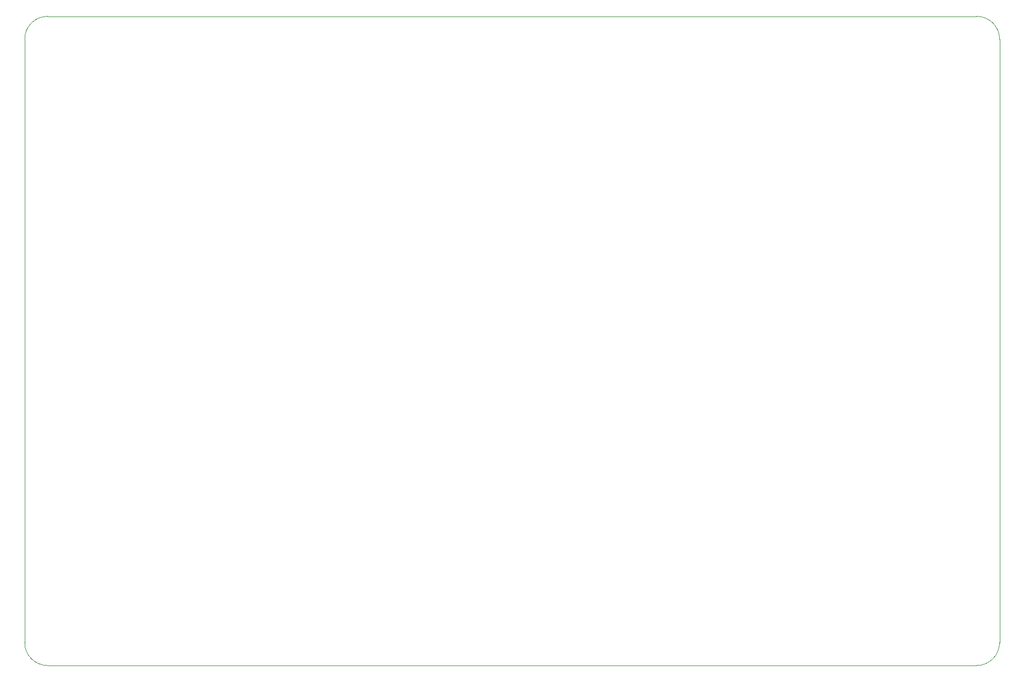
<source format=gm1>
G04 #@! TF.GenerationSoftware,KiCad,Pcbnew,7.0.1*
G04 #@! TF.CreationDate,2023-09-15T01:18:15-07:00*
G04 #@! TF.ProjectId,rps01,72707330-312e-46b6-9963-61645f706362,1*
G04 #@! TF.SameCoordinates,Original*
G04 #@! TF.FileFunction,Profile,NP*
%FSLAX46Y46*%
G04 Gerber Fmt 4.6, Leading zero omitted, Abs format (unit mm)*
G04 Created by KiCad (PCBNEW 7.0.1) date 2023-09-15 01:18:15*
%MOMM*%
%LPD*%
G01*
G04 APERTURE LIST*
G04 #@! TA.AperFunction,Profile*
%ADD10C,0.100000*%
G04 #@! TD*
G04 APERTURE END LIST*
D10*
X37400000Y-34200000D02*
G75*
G03*
X33900000Y-37700000I0J-3500000D01*
G01*
X33900000Y-130700000D02*
G75*
G03*
X37400000Y-134200000I3500000J0D01*
G01*
X180400000Y-34200000D02*
X37400000Y-34200000D01*
X183900000Y-130700000D02*
X183900000Y-37700000D01*
X33900000Y-37700000D02*
X33900000Y-130700000D01*
X37400000Y-134200000D02*
X180400000Y-134200000D01*
X180400000Y-134200000D02*
G75*
G03*
X183900000Y-130700000I0J3500000D01*
G01*
X183900000Y-37700000D02*
G75*
G03*
X180400000Y-34200000I-3500000J0D01*
G01*
M02*

</source>
